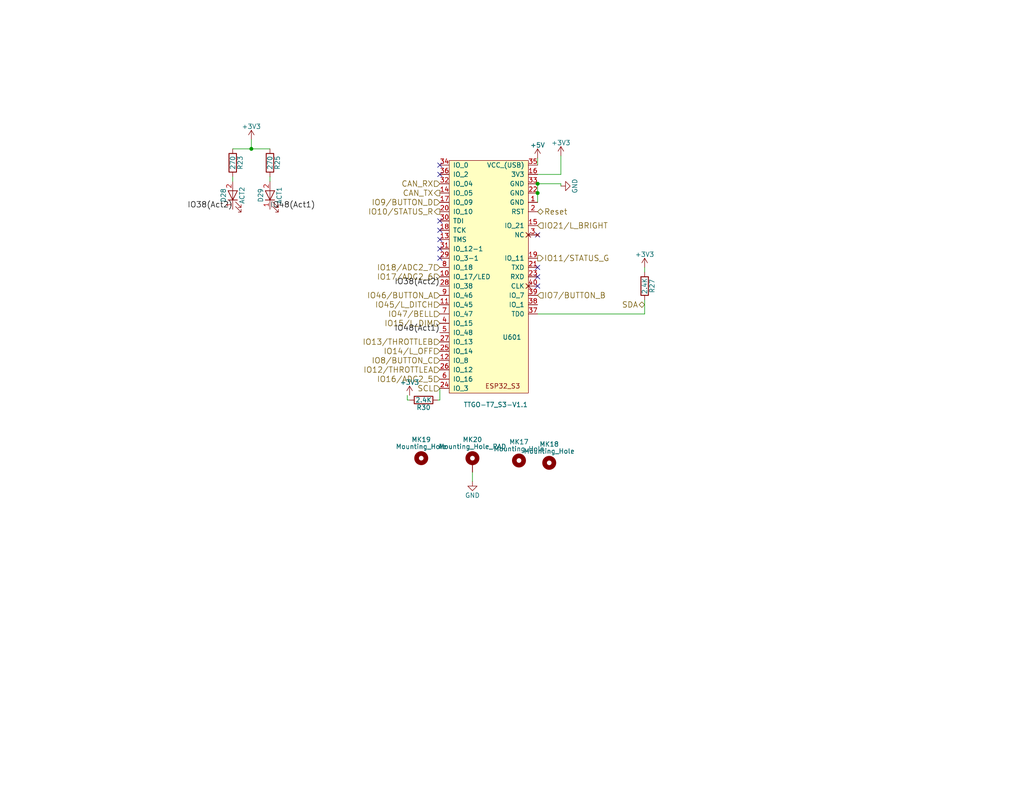
<source format=kicad_sch>
(kicad_sch (version 20211123) (generator eeschema)
  (paper "USLetter")
  (title_block (title "ESP32-T7S3-ControlStand") (date "2022-07-25") (rev "1.0") (company "Deepwoods Software") (comment 1 "Processor Section"))
  (lib_symbols
    (symbol "ESP32-T7S3-ControlStand-rescue:+3.3V" (power) (pin_names (offset 0))
      (property "Value" "+3.3V" (at 0 3.556 0))
      (symbol "+3.3V_0_1"
        (polyline (pts (xy -0.762 1.27) (xy 0 2.54)))
        (polyline (pts (xy 0 0) (xy 0 2.54)))
        (polyline (pts (xy 0 2.54) (xy 0.762 1.27)))
      )
      (symbol "+3.3V_1_1"
        (pin power_in line (at 0 0 90) (length 0) hide (name "+3V3") (number "1"))
      )
    )
    (symbol "ESP32-T7S3-ControlStand-rescue:+3V3" (power) (pin_names (offset 0))
      (property "Value" "+3V3" (at 0 3.556 0))
      (symbol "+3V3_0_1"
        (polyline (pts (xy -0.762 1.27) (xy 0 2.54)))
        (polyline (pts (xy 0 0) (xy 0 2.54)))
        (polyline (pts (xy 0 2.54) (xy 0.762 1.27)))
      )
      (symbol "+3V3_1_1"
        (pin power_in line (at 0 0 90) (length 0) hide (name "+3V3") (number "1"))
      )
    )
    (symbol "ESP32-T7S3-ControlStand-rescue:+5V" (power) (pin_names (offset 0))
      (property "Value" "+5V" (at 0 3.556 0))
      (symbol "+5V_0_1"
        (polyline (pts (xy -0.762 1.27) (xy 0 2.54)))
        (polyline (pts (xy 0 0) (xy 0 2.54)))
        (polyline (pts (xy 0 2.54) (xy 0.762 1.27)))
      )
      (symbol "+5V_1_1"
        (pin power_in line (at 0 0 90) (length 0) hide (name "+5V") (number "1"))
      )
    )
    (symbol "ESP32-T7S3-ControlStand-rescue:GND" (power) (pin_names (offset 0))
      (property "Value" "GND" (at 0 -3.81 0))
      (symbol "GND_0_1"
        (polyline (pts (xy 0 0) (xy 0 -1.27) (xy 1.27 -1.27) (xy 0 -2.54) (xy -1.27 -1.27) (xy 0 -1.27)))
      )
      (symbol "GND_1_1"
        (pin power_in line (at 0 0 270) (length 0) hide (name "GND") (number "1"))
      )
    )
    (symbol "ESP32-T7S3-ControlStand-rescue:LED" (pin_names (offset 1.016) hide)
      (property "Reference" "D" (at 0 2.54 0))
      (property "Value" "LED" (at 0 -2.54 0))
      (symbol "LED_0_1"
        (polyline (pts (xy -1.27 -1.27) (xy -1.27 1.27)) (stroke (width 0.2032)))
        (polyline (pts (xy -1.27 0) (xy 1.27 0)))
        (polyline (pts (xy 1.27 -1.27) (xy 1.27 1.27) (xy -1.27 0) (xy 1.27 -1.27)) (stroke (width 0.2032)))
        (polyline (pts (xy -3.048 -0.762) (xy -4.572 -2.286) (xy -3.81 -2.286) (xy -4.572 -2.286) (xy -4.572 -1.524)))
        (polyline (pts (xy -1.778 -0.762) (xy -3.302 -2.286) (xy -2.54 -2.286) (xy -3.302 -2.286) (xy -3.302 -1.524)))
      )
      (symbol "LED_1_1"
        (pin passive line (at -3.81 0 0) (length 2.54) (name "K") (number "1"))
        (pin passive line (at 3.81 0 180) (length 2.54) (name "A") (number "2"))
      )
    )
    (symbol "ESP32-T7S3-ControlStand-rescue:Mounting_Hole" (pin_names (offset 1.016))
      (property "Reference" "MK" (at 0 5.08 0))
      (property "Value" "Mounting_Hole" (at 0 3.175 0))
      (symbol "Mounting_Hole_0_1"
        (circle (center 0 0) (radius 1.27) (stroke (width 1.27)))
      )
    )
    (symbol "ESP32-T7S3-ControlStand-rescue:Mounting_Hole_PAD" (pin_numbers hide) (pin_names (offset 1.016) hide)
      (property "Reference" "MK" (at 0 6.35 0))
      (property "Value" "Mounting_Hole_PAD" (at 0 4.445 0))
      (symbol "Mounting_Hole_PAD_0_1"
        (circle (center 0 1.27) (radius 1.27) (stroke (width 1.27)))
      )
      (symbol "Mounting_Hole_PAD_1_1"
        (pin input line (at 0 -2.54 90) (length 2.54) (name "1") (number "1"))
      )
    )
    (symbol "ESP32-T7S3-ControlStand-rescue:R" (pin_numbers hide) (pin_names (offset 0))
      (property "Reference" "R" (at 2.032 0 90))
      (property "Value" "R" (at 0 0 90))
      (symbol "R_0_1"
        (rectangle (start -1.016 -2.54) (end 1.016 2.54) (stroke (width 0.254)))
      )
      (symbol "R_1_1"
        (pin passive line (at 0 3.81 270) (length 1.27) (name "~") (number "1"))
        (pin passive line (at 0 -3.81 90) (length 1.27) (name "~") (number "2"))
      )
    )
    (symbol "ESP32-T7S3-ControlStand-rescue:TTGO-T7_S3-V1.1" (pin_names (offset 1.016))
      (property "Reference" "U" (at 6.985 -49.53 0))
      (property "Value" "TTGO-T7_S3-V1.1" (at 2.54 -67.945 0))
      (symbol "TTGO-T7_S3-V1.1_0_0"
        (text "ESP32_S3" (at 4.445 -62.865 0) (effects (font (size 1.27 1.27))))
        (pin power_in line (at 13.97 -12.7 180) (length 2.54) (name "GND") (number "1"))
        (pin input line (at 13.97 -15.24 180) (length 2.54) (name "RST") (number "2"))
        (pin no_connect non_logic (at 13.97 -21.59 180) (length 2.54) (name "NC") (number "3"))
        (pin bidirectional line (at -12.7 -45.72 0) (length 2.54) (name "IO_15") (number "4"))
        (pin bidirectional line (at -12.7 -48.26 0) (length 2.54) (name "IO_48") (number "5"))
      )
      (symbol "TTGO-T7_S3-V1.1_0_1"
        (rectangle (start -10.16 -1.27) (end 11.43 -64.77) (fill (type background)))
      )
      (symbol "TTGO-T7_S3-V1.1_1_1"
        (pin bidirectional line (at -12.7 -33.02 0) (length 2.54) (name "IO_17/LED") (number "10"))
        (pin bidirectional line (at -12.7 -40.64 0) (length 2.54) (name "IO_45") (number "11"))
        (pin bidirectional line (at -12.7 -55.88 0) (length 2.54) (name "IO_8") (number "12"))
        (pin bidirectional line (at -12.7 -22.86 0) (length 2.54) (name "TMS") (number "13"))
        (pin bidirectional line (at -12.7 -10.16 0) (length 2.54) (name "IO_05") (number "14"))
        (pin bidirectional line (at 13.97 -19.05 180) (length 2.54) (name "IO_21") (number "15"))
        (pin power_in line (at 13.97 -5.08 180) (length 2.54) (name "3V3") (number "16"))
        (pin bidirectional line (at -12.7 -12.7 0) (length 2.54) (name "IO_09") (number "17"))
        (pin bidirectional line (at -12.7 -20.32 0) (length 2.54) (name "TCK") (number "18"))
        (pin passive line (at 13.97 -27.94 180) (length 2.54) (name "IO_11") (number "19"))
        (pin bidirectional line (at -12.7 -15.24 0) (length 2.54) (name "IO_10") (number "20"))
        (pin passive line (at 13.97 -30.48 180) (length 2.54) (name "TXD") (number "21"))
        (pin power_in line (at 13.97 -10.16 180) (length 2.54) (name "GND") (number "22"))
        (pin passive line (at 13.97 -33.02 180) (length 2.54) (name "RXD") (number "23"))
        (pin bidirectional line (at -12.7 -63.5 0) (length 2.54) (name "IO_3") (number "24"))
        (pin bidirectional line (at -12.7 -53.34 0) (length 2.54) (name "IO_14") (number "25"))
        (pin bidirectional line (at -12.7 -58.42 0) (length 2.54) (name "IO_12") (number "26"))
        (pin bidirectional line (at -12.7 -50.8 0) (length 2.54) (name "IO_13") (number "27"))
        (pin bidirectional line (at -12.7 -35.56 0) (length 2.54) (name "IO_38") (number "28"))
        (pin bidirectional line (at -12.7 -27.94 0) (length 2.54) (name "IO_3-1") (number "29"))
        (pin bidirectional line (at -12.7 -17.78 0) (length 2.54) (name "TDI") (number "30"))
        (pin bidirectional line (at -12.7 -25.4 0) (length 2.54) (name "IO_12-1") (number "31"))
        (pin bidirectional line (at -12.7 -7.62 0) (length 2.54) (name "IO_04") (number "32"))
        (pin power_in line (at 13.97 -7.62 180) (length 2.54) (name "GND") (number "33"))
        (pin bidirectional line (at -12.7 -2.54 0) (length 2.54) (name "IO_0") (number "34"))
        (pin power_in line (at 13.97 -2.54 180) (length 2.54) (name "VCC_(USB)") (number "35"))
        (pin bidirectional line (at -12.7 -5.08 0) (length 2.54) (name "IO_2") (number "36"))
        (pin passive line (at 13.97 -43.18 180) (length 2.54) (name "TD0") (number "37"))
        (pin passive line (at 13.97 -40.64 180) (length 2.54) (name "IO_1") (number "38"))
        (pin passive line (at 13.97 -38.1 180) (length 2.54) (name "IO_7") (number "39"))
        (pin passive non_logic (at 13.97 -35.56 180) (length 2.54) (name "CLK") (number "40"))
        (pin bidirectional line (at -12.7 -60.96 0) (length 2.54) (name "IO_16") (number "6"))
        (pin bidirectional line (at -12.7 -43.18 0) (length 2.54) (name "IO_47") (number "7"))
        (pin bidirectional line (at -12.7 -30.48 0) (length 2.54) (name "IO_18") (number "8"))
        (pin bidirectional line (at -12.7 -38.1 0) (length 2.54) (name "IO_46") (number "9"))
      )
    )
  )
  (junction (at 146.685 50.165))
  (junction (at 146.685 52.705))
  (junction (at 68.58 40.64))
  (no_connect (at 120.015 67.945))
  (no_connect (at 120.015 47.625))
  (no_connect (at 120.015 62.865))
  (no_connect (at 146.685 64.135))
  (no_connect (at 146.685 75.565))
  (no_connect (at 120.015 65.405))
  (no_connect (at 146.685 78.105))
  (no_connect (at 146.685 73.025))
  (no_connect (at 120.015 60.325))
  (no_connect (at 120.015 45.085))
  (no_connect (at 120.015 70.485))
  (wire (pts (xy 128.905 131.445) (xy 128.905 128.905)))
  (wire (pts (xy 146.685 50.165) (xy 153.035 50.165)))
  (wire (pts (xy 73.66 48.26) (xy 73.66 49.53)))
  (wire (pts (xy 146.685 52.705) (xy 146.685 55.245)))
  (wire (pts (xy 68.58 38.1) (xy 68.58 40.64)))
  (wire (pts (xy 153.035 50.165) (xy 153.035 50.8)))
  (wire (pts (xy 146.685 43.18) (xy 146.685 45.085)))
  (wire (pts (xy 175.895 81.915) (xy 175.895 85.725)))
  (wire (pts (xy 111.125 109.22) (xy 111.76 109.22)))
  (wire (pts (xy 146.685 50.165) (xy 146.685 52.705)))
  (wire (pts (xy 153.035 42.545) (xy 153.035 47.625)))
  (wire (pts (xy 63.5 40.64) (xy 68.58 40.64)))
  (wire (pts (xy 153.035 47.625) (xy 146.685 47.625)))
  (wire (pts (xy 63.5 48.26) (xy 63.5 49.53)))
  (wire (pts (xy 120.015 106.045) (xy 120.015 109.22)))
  (wire (pts (xy 175.895 74.295) (xy 175.895 73.025)))
  (wire (pts (xy 120.015 109.22) (xy 119.38 109.22)))
  (wire (pts (xy 68.58 40.64) (xy 73.66 40.64)))
  (wire (pts (xy 111.125 107.95) (xy 111.125 109.22)))
  (wire (pts (xy 146.685 85.725) (xy 175.895 85.725)))
  (label "IO48(Act1)" (at 120.015 90.805 180) (effects (font (size 1.524 1.524))))
  (label "IO38(Act2)" (at 120.015 78.105 180) (effects (font (size 1.524 1.524))))
  (label "IO38(Act2)" (at 63.5 57.15 180) (effects (font (size 1.524 1.524))))
  (label "IO48(Act1)" (at 73.66 57.15 0) (effects (font (size 1.524 1.524))))
  (hierarchical_label "IO45/L_DITCH" (shape input) (at 120.015 83.185 180) (effects (font (size 1.524 1.524))))
  (hierarchical_label "IO11/STATUS_G" (shape output) (at 146.685 70.485 0) (effects (font (size 1.524 1.524))))
  (hierarchical_label "IO13/THROTTLEB" (shape input) (at 120.015 93.345 180) (effects (font (size 1.524 1.524))))
  (hierarchical_label "IO15/L_DIM" (shape input) (at 120.015 88.265 180) (effects (font (size 1.524 1.524))))
  (hierarchical_label "IO21/L_BRIGHT" (shape input) (at 146.685 61.595 0) (effects (font (size 1.524 1.524))))
  (hierarchical_label "IO16/ADC2_5" (shape input) (at 120.015 103.505 180) (effects (font (size 1.524 1.524))))
  (hierarchical_label "IO46/BUTTON_A" (shape input) (at 120.015 80.645 180) (effects (font (size 1.524 1.524))))
  (hierarchical_label "IO47/BELL" (shape input) (at 120.015 85.725 180) (effects (font (size 1.524 1.524))))
  (hierarchical_label "SDA" (shape bidirectional) (at 175.895 83.185 180) (effects (font (size 1.524 1.524))))
  (hierarchical_label "IO7/BUTTON_B" (shape input) (at 146.685 80.645 0) (effects (font (size 1.524 1.524))))
  (hierarchical_label "IO8/BUTTON_C" (shape input) (at 120.015 98.425 180) (effects (font (size 1.524 1.524))))
  (hierarchical_label "CAN_RX" (shape input) (at 120.015 50.165 180) (effects (font (size 1.524 1.524))))
  (hierarchical_label "IO10/STATUS_R" (shape output) (at 120.015 57.785 180) (effects (font (size 1.524 1.524))))
  (hierarchical_label "Reset" (shape bidirectional) (at 146.685 57.785 0) (effects (font (size 1.524 1.524))))
  (hierarchical_label "IO18/ADC2_7" (shape input) (at 120.015 73.025 180) (effects (font (size 1.524 1.524))))
  (hierarchical_label "SCL" (shape input) (at 120.015 106.045 180) (effects (font (size 1.524 1.524))))
  (hierarchical_label "IO14/L_OFF" (shape input) (at 120.015 95.885 180) (effects (font (size 1.524 1.524))))
  (hierarchical_label "IO12/THROTTLEA" (shape input) (at 120.015 100.965 180) (effects (font (size 1.524 1.524))))
  (hierarchical_label "IO9/BUTTON_D" (shape input) (at 120.015 55.245 180) (effects (font (size 1.524 1.524))))
  (hierarchical_label "CAN_TX" (shape output) (at 120.015 52.705 180) (effects (font (size 1.524 1.524))))
  (hierarchical_label "IO17/ADC2_6" (shape input) (at 120.015 75.565 180) (effects (font (size 1.524 1.524))))
  (symbol (lib_id "ESP32-T7S3-ControlStand-rescue:+3.3V") (at 175.895 73.025 0) (unit 1)
    (property "Reference" "#PWR060" (effects hide))
    (property "Value" "+3.3V" (at 175.895 69.469 0))
  )
  (symbol (lib_id "ESP32-T7S3-ControlStand-rescue:R") (at 175.895 78.105 0) (unit 1)
    (property "Reference" "R27" (at 177.927 78.105 90))
    (property "Value" "2.4K" (at 175.895 78.105 90))
    (property "Footprint" "Resistors_SMD:R_0402" (effects hide))
    (property "Mouser Part Number" "71-CRCW06032K40JNEAC" (effects hide))
  )
  (symbol (lib_id "ESP32-T7S3-ControlStand-rescue:R") (at 115.57 109.22 270) (unit 1)
    (property "Reference" "R30" (at 115.57 111.252 90))
    (property "Value" "2.4K" (at 115.57 109.22 90))
    (property "Footprint" "Resistors_SMD:R_0402" (effects hide))
    (property "Mouser Part Number" "71-CRCW06032K40JNEAC" (effects hide))
  )
  (symbol (lib_id "ESP32-T7S3-ControlStand-rescue:LED") (at 73.66 53.34 90) (unit 1)
    (property "Reference" "D29" (at 71.12 53.34 0))
    (property "Value" "ACT1" (at 76.2 53.34 0))
    (property "Footprint" "LEDs:LED_0402" (effects hide))
    (property "Mouser Part Number" "710-150040GS73220" (effects hide))
  )
  (symbol (lib_id "ESP32-T7S3-ControlStand-rescue:LED") (at 63.5 53.34 90) (unit 1)
    (property "Reference" "D28" (at 60.96 53.34 0))
    (property "Value" "ACT2" (at 66.04 53.34 0))
    (property "Footprint" "LEDs:LED_0402" (effects hide))
    (property "Mouser Part Number" "710-150040SS73220" (effects hide))
  )
  (symbol (lib_id "ESP32-T7S3-ControlStand-rescue:R") (at 73.66 44.45 0) (unit 1)
    (property "Reference" "R25" (at 75.692 44.45 90))
    (property "Value" "270" (at 73.66 44.45 90))
    (property "Footprint" "Resistors_SMD:R_0402" (effects hide))
    (property "Mouser Part Number" "754-RR0510P-271D" (effects hide))
  )
  (symbol (lib_id "ESP32-T7S3-ControlStand-rescue:R") (at 63.5 44.45 0) (unit 1)
    (property "Reference" "R23" (at 65.532 44.45 90))
    (property "Value" "270" (at 63.5 44.45 90))
    (property "Footprint" "Resistors_SMD:R_0402" (effects hide))
    (property "Mouser Part Number" "754-RR0510P-271D" (effects hide))
  )
  (symbol (lib_id "ESP32-T7S3-ControlStand-rescue:+3.3V") (at 68.58 38.1 0) (unit 1)
    (property "Reference" "#PWR061" (effects hide))
    (property "Value" "+3.3V" (at 68.58 34.544 0))
  )
  (symbol (lib_id "ESP32-T7S3-ControlStand-rescue:Mounting_Hole") (at 141.605 125.73 0) (unit 1)
    (property "Reference" "MK17" (at 141.605 120.65 0))
    (property "Value" "Mounting_Hole" (at 141.605 122.555 0))
    (property "Footprint" "Mounting_Holes:MountingHole_2.5mm" (effects hide))
  )
  (symbol (lib_id "ESP32-T7S3-ControlStand-rescue:Mounting_Hole") (at 149.86 126.365 0) (unit 1)
    (property "Reference" "MK18" (at 149.86 121.285 0))
    (property "Value" "Mounting_Hole" (at 149.86 123.19 0))
    (property "Footprint" "Mounting_Holes:MountingHole_2.5mm" (effects hide))
  )
  (symbol (lib_id "ESP32-T7S3-ControlStand-rescue:Mounting_Hole") (at 114.935 125.095 0) (unit 1)
    (property "Reference" "MK19" (at 114.935 120.015 0))
    (property "Value" "Mounting_Hole" (at 114.935 121.92 0))
    (property "Footprint" "Mounting_Holes:MountingHole_2.5mm" (effects hide))
  )
  (symbol (lib_id "ESP32-T7S3-ControlStand-rescue:Mounting_Hole_PAD") (at 128.905 126.365 0) (unit 1)
    (property "Reference" "MK20" (at 128.905 120.015 0))
    (property "Value" "Mounting_Hole_PAD" (at 128.905 121.92 0))
    (property "Footprint" "Mounting_Holes:MountingHole_2.5mm_Pad" (effects hide))
  )
  (symbol (lib_id "ESP32-T7S3-ControlStand-rescue:+3V3") (at 111.76 107.95 0) (unit 1)
    (property "Reference" "#PWR062" (effects hide))
    (property "Value" "+3V3" (at 111.76 104.394 0))
  )
  (symbol (lib_id "ESP32-T7S3-ControlStand-rescue:TTGO-T7_S3-V1.1") (at 132.715 42.545 0) (unit 1)
    (property "Reference" "U601" (at 139.7 92.075 0))
    (property "Value" "TTGO-T7_S3-V1.1" (at 135.255 110.49 0))
    (property "Footprint" "ESP32_mini:ESP32_mini" (effects hide))
  )
  (symbol (lib_id "ESP32-T7S3-ControlStand-rescue:+3.3V") (at 153.035 42.545 0) (unit 1)
    (property "Reference" "#PWR063" (effects hide))
    (property "Value" "+3.3V" (at 153.035 38.989 0))
  )
  (symbol (lib_id "ESP32-T7S3-ControlStand-rescue:GND") (at 153.035 50.8 90) (unit 1)
    (property "Reference" "#PWR064" (effects hide))
    (property "Value" "GND" (at 156.845 50.8 0))
  )
  (symbol (lib_id "ESP32-T7S3-ControlStand-rescue:GND") (at 128.905 131.445 0) (unit 1)
    (property "Reference" "#PWR065" (effects hide))
    (property "Value" "GND" (at 128.905 135.255 0))
  )
  (symbol (lib_id "ESP32-T7S3-ControlStand-rescue:+5V") (at 146.685 43.18 0) (unit 1)
    (property "Reference" "#PWR066" (effects hide))
    (property "Value" "+5V" (at 146.685 39.624 0))
  )
)
</source>
